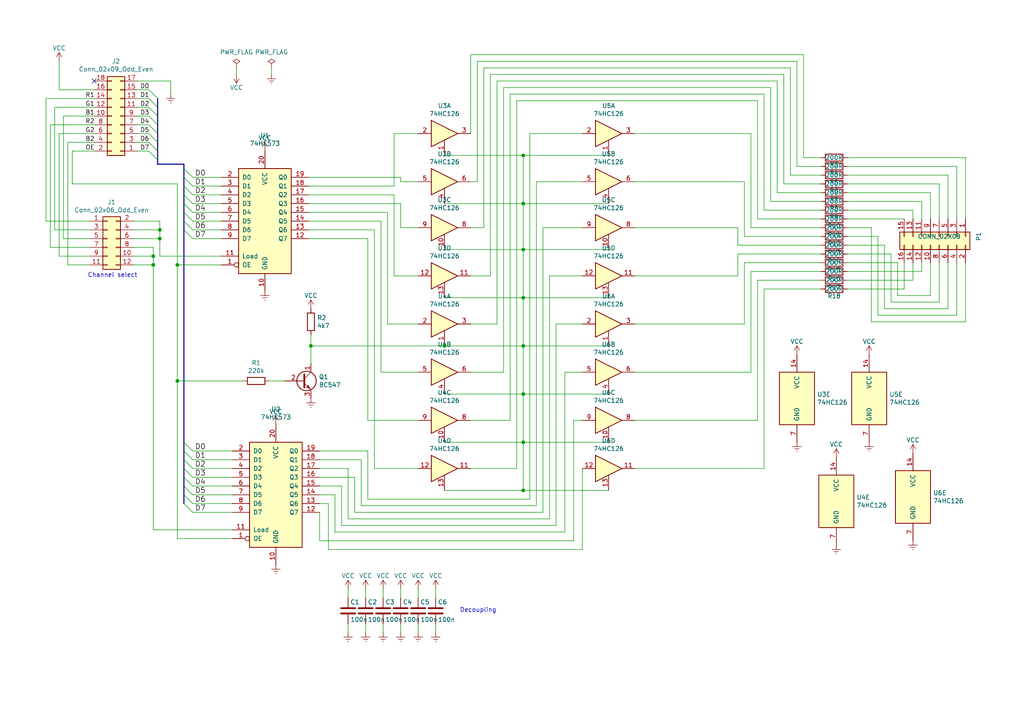
<source format=kicad_sch>
(kicad_sch (version 20211123) (generator eeschema)
  (paper "A4")
  (lib_symbols
    (symbol "74xx:74LS126" (pin_names (offset 1.016))
      (property "Reference" "U" (at 0 1.27 0))
      (property "Value" "74LS126" (at 0 -1.27 0))
      (symbol "74LS126_1_0"
        (polyline (pts (xy -3.81 3.81) (xy -3.81 -3.81) (xy 3.81 0) (xy -3.81 3.81)) (stroke (width 0.254)) (fill (type background)))
        (pin input line (at 0 -6.35 90) (length 4.445) (name "~") (number "1"))
        (pin input line (at -7.62 0 0) (length 3.81) (name "~") (number "2"))
        (pin tri_state line (at 7.62 0 180) (length 3.81) (name "~") (number "3"))
      )
      (symbol "74LS126_2_0"
        (polyline (pts (xy -3.81 3.81) (xy -3.81 -3.81) (xy 3.81 0) (xy -3.81 3.81)) (stroke (width 0.254)) (fill (type background)))
        (pin input line (at 0 -6.35 90) (length 4.445) (name "~") (number "4"))
        (pin input line (at -7.62 0 0) (length 3.81) (name "~") (number "5"))
        (pin tri_state line (at 7.62 0 180) (length 3.81) (name "~") (number "6"))
      )
      (symbol "74LS126_3_0"
        (polyline (pts (xy -3.81 3.81) (xy -3.81 -3.81) (xy 3.81 0) (xy -3.81 3.81)) (stroke (width 0.254)) (fill (type background)))
        (pin input line (at 0 -6.35 90) (length 4.445) (name "~") (number "10"))
        (pin tri_state line (at 7.62 0 180) (length 3.81) (name "~") (number "8"))
        (pin input line (at -7.62 0 0) (length 3.81) (name "~") (number "9"))
      )
      (symbol "74LS126_4_0"
        (polyline (pts (xy -3.81 3.81) (xy -3.81 -3.81) (xy 3.81 0) (xy -3.81 3.81)) (stroke (width 0.254)) (fill (type background)))
        (pin tri_state line (at 7.62 0 180) (length 3.81) (name "~") (number "11"))
        (pin input line (at -7.62 0 0) (length 3.81) (name "~") (number "12"))
        (pin input line (at 0 -6.35 90) (length 4.445) (name "~") (number "13"))
      )
      (symbol "74LS126_5_0"
        (pin power_in line (at 0 12.7 270) (length 5.08) (name "VCC") (number "14"))
        (pin power_in line (at 0 -12.7 90) (length 5.08) (name "GND") (number "7"))
      )
      (symbol "74LS126_5_1"
        (rectangle (start -5.08 7.62) (end 5.08 -7.62) (stroke (width 0.254)) (fill (type background)))
      )
    )
    (symbol "74xx:74LS573" (pin_names (offset 1.016))
      (property "Reference" "U" (at -7.62 16.51 0))
      (property "Value" "74LS573" (at -7.62 -16.51 0))
      (symbol "74LS573_1_0"
        (pin input inverted (at -12.7 -12.7 0) (length 5.08) (name "OE") (number "1"))
        (pin power_in line (at 0 -20.32 90) (length 5.08) (name "GND") (number "10"))
        (pin input line (at -12.7 -10.16 0) (length 5.08) (name "Load") (number "11"))
        (pin tri_state line (at 12.7 -5.08 180) (length 5.08) (name "Q7") (number "12"))
        (pin tri_state line (at 12.7 -2.54 180) (length 5.08) (name "Q6") (number "13"))
        (pin tri_state line (at 12.7 0 180) (length 5.08) (name "Q5") (number "14"))
        (pin tri_state line (at 12.7 2.54 180) (length 5.08) (name "Q4") (number "15"))
        (pin tri_state line (at 12.7 5.08 180) (length 5.08) (name "Q3") (number "16"))
        (pin tri_state line (at 12.7 7.62 180) (length 5.08) (name "Q2") (number "17"))
        (pin tri_state line (at 12.7 10.16 180) (length 5.08) (name "Q1") (number "18"))
        (pin tri_state line (at 12.7 12.7 180) (length 5.08) (name "Q0") (number "19"))
        (pin input line (at -12.7 12.7 0) (length 5.08) (name "D0") (number "2"))
        (pin power_in line (at 0 20.32 270) (length 5.08) (name "VCC") (number "20"))
        (pin input line (at -12.7 10.16 0) (length 5.08) (name "D1") (number "3"))
        (pin input line (at -12.7 7.62 0) (length 5.08) (name "D2") (number "4"))
        (pin input line (at -12.7 5.08 0) (length 5.08) (name "D3") (number "5"))
        (pin input line (at -12.7 2.54 0) (length 5.08) (name "D4") (number "6"))
        (pin input line (at -12.7 0 0) (length 5.08) (name "D5") (number "7"))
        (pin input line (at -12.7 -2.54 0) (length 5.08) (name "D6") (number "8"))
        (pin input line (at -12.7 -5.08 0) (length 5.08) (name "D7") (number "9"))
      )
      (symbol "74LS573_1_1"
        (rectangle (start -7.62 15.24) (end 7.62 -15.24) (stroke (width 0.254)) (fill (type background)))
      )
    )
    (symbol "Connector_Generic:Conn_02x06_Odd_Even" (pin_names (offset 1.016) hide)
      (property "Reference" "J" (at 1.27 7.62 0))
      (property "Value" "Conn_02x06_Odd_Even" (at 1.27 -10.16 0))
      (symbol "Conn_02x06_Odd_Even_1_1"
        (rectangle (start -1.27 -7.493) (end 0 -7.747) (stroke (width 0.1524)))
        (rectangle (start -1.27 -4.953) (end 0 -5.207) (stroke (width 0.1524)))
        (rectangle (start -1.27 -2.413) (end 0 -2.667) (stroke (width 0.1524)))
        (rectangle (start -1.27 0.127) (end 0 -0.127) (stroke (width 0.1524)))
        (rectangle (start -1.27 2.667) (end 0 2.413) (stroke (width 0.1524)))
        (rectangle (start -1.27 5.207) (end 0 4.953) (stroke (width 0.1524)))
        (rectangle (start -1.27 6.35) (end 3.81 -8.89) (stroke (width 0.254)) (fill (type background)))
        (rectangle (start 3.81 -7.493) (end 2.54 -7.747) (stroke (width 0.1524)))
        (rectangle (start 3.81 -4.953) (end 2.54 -5.207) (stroke (width 0.1524)))
        (rectangle (start 3.81 -2.413) (end 2.54 -2.667) (stroke (width 0.1524)))
        (rectangle (start 3.81 0.127) (end 2.54 -0.127) (stroke (width 0.1524)))
        (rectangle (start 3.81 2.667) (end 2.54 2.413) (stroke (width 0.1524)))
        (rectangle (start 3.81 5.207) (end 2.54 4.953) (stroke (width 0.1524)))
        (pin passive line (at -5.08 5.08 0) (length 3.81) (name "Pin_1") (number "1"))
        (pin passive line (at 7.62 -5.08 180) (length 3.81) (name "Pin_10") (number "10"))
        (pin passive line (at -5.08 -7.62 0) (length 3.81) (name "Pin_11") (number "11"))
        (pin passive line (at 7.62 -7.62 180) (length 3.81) (name "Pin_12") (number "12"))
        (pin passive line (at 7.62 5.08 180) (length 3.81) (name "Pin_2") (number "2"))
        (pin passive line (at -5.08 2.54 0) (length 3.81) (name "Pin_3") (number "3"))
        (pin passive line (at 7.62 2.54 180) (length 3.81) (name "Pin_4") (number "4"))
        (pin passive line (at -5.08 0 0) (length 3.81) (name "Pin_5") (number "5"))
        (pin passive line (at 7.62 0 180) (length 3.81) (name "Pin_6") (number "6"))
        (pin passive line (at -5.08 -2.54 0) (length 3.81) (name "Pin_7") (number "7"))
        (pin passive line (at 7.62 -2.54 180) (length 3.81) (name "Pin_8") (number "8"))
        (pin passive line (at -5.08 -5.08 0) (length 3.81) (name "Pin_9") (number "9"))
      )
    )
    (symbol "Connector_Generic:Conn_02x08_Odd_Even" (pin_names (offset 1.016) hide)
      (property "Reference" "J" (at 1.27 10.16 0))
      (property "Value" "Conn_02x08_Odd_Even" (at 1.27 -12.7 0))
      (symbol "Conn_02x08_Odd_Even_1_1"
        (rectangle (start -1.27 -10.033) (end 0 -10.287) (stroke (width 0.1524)))
        (rectangle (start -1.27 -7.493) (end 0 -7.747) (stroke (width 0.1524)))
        (rectangle (start -1.27 -4.953) (end 0 -5.207) (stroke (width 0.1524)))
        (rectangle (start -1.27 -2.413) (end 0 -2.667) (stroke (width 0.1524)))
        (rectangle (start -1.27 0.127) (end 0 -0.127) (stroke (width 0.1524)))
        (rectangle (start -1.27 2.667) (end 0 2.413) (stroke (width 0.1524)))
        (rectangle (start -1.27 5.207) (end 0 4.953) (stroke (width 0.1524)))
        (rectangle (start -1.27 7.747) (end 0 7.493) (stroke (width 0.1524)))
        (rectangle (start -1.27 8.89) (end 3.81 -11.43) (stroke (width 0.254)) (fill (type background)))
        (rectangle (start 3.81 -10.033) (end 2.54 -10.287) (stroke (width 0.1524)))
        (rectangle (start 3.81 -7.493) (end 2.54 -7.747) (stroke (width 0.1524)))
        (rectangle (start 3.81 -4.953) (end 2.54 -5.207) (stroke (width 0.1524)))
        (rectangle (start 3.81 -2.413) (end 2.54 -2.667) (stroke (width 0.1524)))
        (rectangle (start 3.81 0.127) (end 2.54 -0.127) (stroke (width 0.1524)))
        (rectangle (start 3.81 2.667) (end 2.54 2.413) (stroke (width 0.1524)))
        (rectangle (start 3.81 5.207) (end 2.54 4.953) (stroke (width 0.1524)))
        (rectangle (start 3.81 7.747) (end 2.54 7.493) (stroke (width 0.1524)))
        (pin passive line (at -5.08 7.62 0) (length 3.81) (name "Pin_1") (number "1"))
        (pin passive line (at 7.62 -2.54 180) (length 3.81) (name "Pin_10") (number "10"))
        (pin passive line (at -5.08 -5.08 0) (length 3.81) (name "Pin_11") (number "11"))
        (pin passive line (at 7.62 -5.08 180) (length 3.81) (name "Pin_12") (number "12"))
        (pin passive line (at -5.08 -7.62 0) (length 3.81) (name "Pin_13") (number "13"))
        (pin passive line (at 7.62 -7.62 180) (length 3.81) (name "Pin_14") (number "14"))
        (pin passive line (at -5.08 -10.16 0) (length 3.81) (name "Pin_15") (number "15"))
        (pin passive line (at 7.62 -10.16 180) (length 3.81) (name "Pin_16") (number "16"))
        (pin passive line (at 7.62 7.62 180) (length 3.81) (name "Pin_2") (number "2"))
        (pin passive line (at -5.08 5.08 0) (length 3.81) (name "Pin_3") (number "3"))
        (pin passive line (at 7.62 5.08 180) (length 3.81) (name "Pin_4") (number "4"))
        (pin passive line (at -5.08 2.54 0) (length 3.81) (name "Pin_5") (number "5"))
        (pin passive line (at 7.62 2.54 180) (length 3.81) (name "Pin_6") (number "6"))
        (pin passive line (at -5.08 0 0) (length 3.81) (name "Pin_7") (number "7"))
        (pin passive line (at 7.62 0 180) (length 3.81) (name "Pin_8") (number "8"))
        (pin passive line (at -5.08 -2.54 0) (length 3.81) (name "Pin_9") (number "9"))
      )
    )
    (symbol "Connector_Generic:Conn_02x09_Odd_Even" (pin_names (offset 1.016) hide)
      (property "Reference" "J" (at 1.27 12.7 0))
      (property "Value" "Conn_02x09_Odd_Even" (at 1.27 -12.7 0))
      (symbol "Conn_02x09_Odd_Even_1_1"
        (rectangle (start -1.27 -10.033) (end 0 -10.287) (stroke (width 0.1524)))
        (rectangle (start -1.27 -7.493) (end 0 -7.747) (stroke (width 0.1524)))
        (rectangle (start -1.27 -4.953) (end 0 -5.207) (stroke (width 0.1524)))
        (rectangle (start -1.27 -2.413) (end 0 -2.667) (stroke (width 0.1524)))
        (rectangle (start -1.27 0.127) (end 0 -0.127) (stroke (width 0.1524)))
        (rectangle (start -1.27 2.667) (end 0 2.413) (stroke (width 0.1524)))
        (rectangle (start -1.27 5.207) (end 0 4.953) (stroke (width 0.1524)))
        (rectangle (start -1.27 7.747) (end 0 7.493) (stroke (width 0.1524)))
        (rectangle (start -1.27 10.287) (end 0 10.033) (stroke (width 0.1524)))
        (rectangle (start -1.27 11.43) (end 3.81 -11.43) (stroke (width 0.254)) (fill (type background)))
        (rectangle (start 3.81 -10.033) (end 2.54 -10.287) (stroke (width 0.1524)))
        (rectangle (start 3.81 -7.493) (end 2.54 -7.747) (stroke (width 0.1524)))
        (rectangle (start 3.81 -4.953) (end 2.54 -5.207) (stroke (width 0.1524)))
        (rectangle (start 3.81 -2.413) (end 2.54 -2.667) (stroke (width 0.1524)))
        (rectangle (start 3.81 0.127) (end 2.54 -0.127) (stroke (width 0.1524)))
        (rectangle (start 3.81 2.667) (end 2.54 2.413) (stroke (width 0.1524)))
        (rectangle (start 3.81 5.207) (end 2.54 4.953) (stroke (width 0.1524)))
        (rectangle (start 3.81 7.747) (end 2.54 7.493) (stroke (width 0.1524)))
        (rectangle (start 3.81 10.287) (end 2.54 10.033) (stroke (width 0.1524)))
        (pin passive line (at -5.08 10.16 0) (length 3.81) (name "Pin_1") (number "1"))
        (pin passive line (at 7.62 0 180) (length 3.81) (name "Pin_10") (number "10"))
        (pin passive line (at -5.08 -2.54 0) (length 3.81) (name "Pin_11") (number "11"))
        (pin passive line (at 7.62 -2.54 180) (length 3.81) (name "Pin_12") (number "12"))
        (pin passive line (at -5.08 -5.08 0) (length 3.81) (name "Pin_13") (number "13"))
        (pin passive line (at 7.62 -5.08 180) (length 3.81) (name "Pin_14") (number "14"))
        (pin passive line (at -5.08 -7.62 0) (length 3.81) (name "Pin_15") (number "15"))
        (pin passive line (at 7.62 -7.62 180) (length 3.81) (name "Pin_16") (number "16"))
        (pin passive line (at -5.08 -10.16 0) (length 3.81) (name "Pin_17") (number "17"))
        (pin passive line (at 7.62 -10.16 180) (length 3.81) (name "Pin_18") (number "18"))
        (pin passive line (at 7.62 10.16 180) (length 3.81) (name "Pin_2") (number "2"))
        (pin passive line (at -5.08 7.62 0) (length 3.81) (name "Pin_3") (number "3"))
        (pin passive line (at 7.62 7.62 180) (length 3.81) (name "Pin_4") (number "4"))
        (pin passive line (at -5.08 5.08 0) (length 3.81) (name "Pin_5") (number "5"))
        (pin passive line (at 7.62 5.08 180) (length 3.81) (name "Pin_6") (number "6"))
        (pin passive line (at -5.08 2.54 0) (length 3.81) (name "Pin_7") (number "7"))
        (pin passive line (at 7.62 2.54 180) (length 3.81) (name "Pin_8") (number "8"))
        (pin passive line (at -5.08 0 0) (length 3.81) (name "Pin_9") (number "9"))
      )
    )
    (symbol "Device:C" (pin_numbers hide) (pin_names (offset 0.254))
      (property "Reference" "C" (at 0.635 2.54 0))
      (property "Value" "C" (at 0.635 -2.54 0))
      (symbol "C_0_1"
        (polyline (pts (xy -2.032 -0.762) (xy 2.032 -0.762)) (stroke (width 0.508)))
        (polyline (pts (xy -2.032 0.762) (xy 2.032 0.762)) (stroke (width 0.508)))
      )
      (symbol "C_1_1"
        (pin passive line (at 0 3.81 270) (length 2.794) (name "~") (number "1"))
        (pin passive line (at 0 -3.81 90) (length 2.794) (name "~") (number "2"))
      )
    )
    (symbol "Device:R" (pin_numbers hide) (pin_names (offset 0))
      (property "Reference" "R" (at 2.032 0 90))
      (property "Value" "R" (at 0 0 90))
      (symbol "R_0_1"
        (rectangle (start -1.016 -2.54) (end 1.016 2.54) (stroke (width 0.254)))
      )
      (symbol "R_1_1"
        (pin passive line (at 0 3.81 270) (length 1.27) (name "~") (number "1"))
        (pin passive line (at 0 -3.81 90) (length 1.27) (name "~") (number "2"))
      )
    )
    (symbol "Transistor_BJT:BC547" (pin_names (offset 0) hide)
      (property "Reference" "Q" (at 5.08 1.905 0))
      (property "Value" "BC547" (at 5.08 0 0))
      (symbol "BC547_0_1"
        (polyline (pts (xy 0 0) (xy 0.635 0)))
        (polyline (pts (xy 0.635 0.635) (xy 2.54 2.54)))
        (polyline (pts (xy 0.635 -0.635) (xy 2.54 -2.54) (xy 2.54 -2.54)))
        (polyline (pts (xy 0.635 1.905) (xy 0.635 -1.905) (xy 0.635 -1.905)) (stroke (width 0.508)))
        (polyline (pts (xy 1.27 -1.778) (xy 1.778 -1.27) (xy 2.286 -2.286) (xy 1.27 -1.778) (xy 1.27 -1.778)) (fill (type outline)))
        (circle (center 1.27 0) (radius 2.8194) (stroke (width 0.254)))
      )
      (symbol "BC547_1_1"
        (pin passive line (at 2.54 5.08 270) (length 2.54) (name "C") (number "1"))
        (pin input line (at -5.08 0 0) (length 5.08) (name "B") (number "2"))
        (pin passive line (at 2.54 -5.08 90) (length 2.54) (name "E") (number "3"))
      )
    )
    (symbol "power:Earth" (power) (pin_names (offset 0))
      (symbol "Earth_0_1"
        (polyline (pts (xy -0.635 -1.905) (xy 0.635 -1.905)))
        (polyline (pts (xy -0.127 -2.54) (xy 0.127 -2.54)))
        (polyline (pts (xy 0 -1.27) (xy 0 0)))
        (polyline (pts (xy 1.27 -1.27) (xy -1.27 -1.27)))
      )
      (symbol "Earth_1_1"
        (pin power_in line (at 0 0 270) (length 0) hide (name "Earth") (number "1"))
      )
    )
    (symbol "power:PWR_FLAG" (power) (pin_numbers hide) (pin_names (offset 0) hide)
      (property "Value" "PWR_FLAG" (at 0 3.81 0))
      (symbol "PWR_FLAG_0_0"
        (pin power_out line (at 0 0 90) (length 0) (name "pwr") (number "1"))
      )
      (symbol "PWR_FLAG_0_1"
        (polyline (pts (xy 0 0) (xy 0 1.27) (xy -1.016 1.905) (xy 0 2.54) (xy 1.016 1.905) (xy 0 1.27)))
      )
    )
    (symbol "power:VCC" (power) (pin_names (offset 0))
      (property "Value" "VCC" (at 0 3.81 0))
      (symbol "VCC_0_1"
        (polyline (pts (xy -0.762 1.27) (xy 0 2.54)))
        (polyline (pts (xy 0 0) (xy 0 2.54)))
        (polyline (pts (xy 0 2.54) (xy 0.762 1.27)))
      )
      (symbol "VCC_1_1"
        (pin power_in line (at 0 0 90) (length 0) hide (name "VCC") (number "1"))
      )
    )
  )
  (junction (at 151.765 100.33))
  (junction (at 151.765 45.085))
  (junction (at 151.765 59.055))
  (junction (at 46.355 69.215))
  (junction (at 151.765 72.39))
  (junction (at 44.45 74.295))
  (junction (at 51.435 110.49))
  (junction (at 151.765 128.27))
  (junction (at 151.765 114.3))
  (junction (at 151.765 142.24))
  (junction (at 51.435 76.835))
  (junction (at 46.355 66.675))
  (junction (at 90.17 100.33))
  (junction (at 151.765 86.36))
  (junction (at 44.45 76.835))
  (junction (at 128.905 100.33))
  (no_connect (at 27.305 23.495))
  (bus_entry (at 43.18 38.735) (size 2.54 2.54))
  (bus_entry (at 53.34 146.05) (size 2.54 2.54))
  (bus_entry (at 43.18 26.035) (size 2.54 2.54))
  (bus_entry (at 53.34 143.51) (size 2.54 2.54))
  (bus_entry (at 53.34 135.89) (size 2.54 2.54))
  (bus_entry (at 53.34 66.675) (size 2.54 2.54))
  (bus_entry (at 43.18 36.195) (size 2.54 2.54))
  (bus_entry (at 53.34 140.97) (size 2.54 2.54))
  (bus_entry (at 53.34 51.435) (size 2.54 2.54))
  (bus_entry (at 53.34 48.895) (size 2.54 2.54))
  (bus_entry (at 53.34 53.975) (size 2.54 2.54))
  (bus_entry (at 53.34 61.595) (size 2.54 2.54))
  (bus_entry (at 43.18 33.655) (size 2.54 2.54))
  (bus_entry (at 53.34 128.27) (size 2.54 2.54))
  (bus_entry (at 53.34 56.515) (size 2.54 2.54))
  (bus_entry (at 43.18 41.275) (size 2.54 2.54))
  (bus_entry (at 53.34 59.055) (size 2.54 2.54))
  (bus_entry (at 43.18 28.575) (size 2.54 2.54))
  (bus_entry (at 53.34 138.43) (size 2.54 2.54))
  (bus_entry (at 53.34 130.81) (size 2.54 2.54))
  (bus_entry (at 53.34 133.35) (size 2.54 2.54))
  (bus_entry (at 53.34 64.135) (size 2.54 2.54))
  (bus_entry (at 43.18 31.115) (size 2.54 2.54))
  (bus_entry (at 43.18 43.815) (size 2.54 2.54))
  (wire (pts (xy 19.685 76.835) (xy 26.035 76.835)))
  (wire (pts (xy 15.875 66.675) (xy 26.035 66.675)))
  (wire (pts (xy 17.145 17.78) (xy 17.145 26.035)))
  (wire (pts (xy 223.52 25.4) (xy 223.52 58.42)))
  (wire (pts (xy 151.765 86.36) (xy 151.765 72.39)))
  (wire (pts (xy 151.765 100.33) (xy 151.765 86.36)))
  (wire (pts (xy 213.995 71.12) (xy 238.125 71.12)))
  (wire (pts (xy 219.71 81.28) (xy 238.125 81.28)))
  (wire (pts (xy 245.745 63.5) (xy 262.255 63.5)))
  (wire (pts (xy 116.205 180.975) (xy 116.205 183.515)))
  (wire (pts (xy 229.235 50.8) (xy 238.125 50.8)))
  (wire (pts (xy 215.9 68.58) (xy 238.125 68.58)))
  (wire (pts (xy 254.635 91.44) (xy 277.495 91.44)))
  (wire (pts (xy 136.525 80.01) (xy 142.24 80.01)))
  (wire (pts (xy 280.035 45.72) (xy 280.035 63.5)))
  (wire (pts (xy 89.535 61.595) (xy 112.395 61.595)))
  (bus (pts (xy 45.72 43.815) (xy 45.72 46.355)))
  (wire (pts (xy 100.965 150.495) (xy 159.385 150.495)))
  (wire (pts (xy 102.87 148.59) (xy 157.48 148.59)))
  (wire (pts (xy 245.745 50.8) (xy 274.955 50.8)))
  (wire (pts (xy 116.205 66.04) (xy 121.285 66.04)))
  (wire (pts (xy 161.29 152.4) (xy 161.29 93.98)))
  (wire (pts (xy 245.745 53.34) (xy 272.415 53.34)))
  (wire (pts (xy 89.535 59.055) (xy 116.205 59.055)))
  (wire (pts (xy 121.285 38.735) (xy 114.3 38.735)))
  (wire (pts (xy 136.525 135.89) (xy 149.86 135.89)))
  (wire (pts (xy 128.905 72.39) (xy 151.765 72.39)))
  (wire (pts (xy 252.73 66.04) (xy 252.73 93.345)))
  (wire (pts (xy 225.425 23.495) (xy 225.425 55.88)))
  (wire (pts (xy 92.71 140.97) (xy 99.06 140.97)))
  (wire (pts (xy 38.735 71.755) (xy 44.45 71.755)))
  (wire (pts (xy 151.765 45.085) (xy 176.53 45.085)))
  (bus (pts (xy 45.72 36.195) (xy 45.72 38.735)))
  (wire (pts (xy 51.435 76.835) (xy 51.435 110.49)))
  (wire (pts (xy 151.765 59.055) (xy 151.765 45.085)))
  (wire (pts (xy 136.525 93.98) (xy 144.145 93.98)))
  (wire (pts (xy 213.995 73.66) (xy 238.125 73.66)))
  (wire (pts (xy 184.15 38.735) (xy 217.805 38.735)))
  (wire (pts (xy 68.58 19.685) (xy 68.58 21.59)))
  (wire (pts (xy 155.575 52.705) (xy 168.91 52.705)))
  (wire (pts (xy 184.15 121.92) (xy 219.71 121.92)))
  (wire (pts (xy 219.71 121.92) (xy 219.71 81.28)))
  (wire (pts (xy 128.905 114.3) (xy 151.765 114.3)))
  (bus (pts (xy 53.34 53.975) (xy 53.34 56.515)))
  (wire (pts (xy 229.235 19.685) (xy 229.235 50.8)))
  (wire (pts (xy 280.035 93.345) (xy 280.035 76.2)))
  (wire (pts (xy 100.965 170.815) (xy 100.965 173.355)))
  (wire (pts (xy 277.495 91.44) (xy 277.495 76.2)))
  (wire (pts (xy 245.745 68.58) (xy 254.635 68.58)))
  (wire (pts (xy 20.955 43.815) (xy 20.955 53.34)))
  (wire (pts (xy 40.005 43.815) (xy 43.18 43.815)))
  (wire (pts (xy 18.415 69.215) (xy 26.035 69.215)))
  (bus (pts (xy 45.72 38.735) (xy 45.72 41.275)))
  (wire (pts (xy 168.91 135.89) (xy 168.91 159.385)))
  (wire (pts (xy 144.145 23.495) (xy 225.425 23.495)))
  (wire (pts (xy 227.33 21.59) (xy 227.33 53.34)))
  (wire (pts (xy 64.135 74.295) (xy 46.355 74.295)))
  (wire (pts (xy 184.15 66.04) (xy 213.995 66.04)))
  (wire (pts (xy 55.88 64.135) (xy 64.135 64.135)))
  (wire (pts (xy 92.71 130.81) (xy 106.68 130.81)))
  (wire (pts (xy 99.06 140.97) (xy 99.06 152.4)))
  (wire (pts (xy 184.15 52.705) (xy 215.9 52.705)))
  (wire (pts (xy 136.525 15.875) (xy 233.045 15.875)))
  (wire (pts (xy 55.88 59.055) (xy 64.135 59.055)))
  (wire (pts (xy 55.88 53.975) (xy 64.135 53.975)))
  (wire (pts (xy 114.3 56.515) (xy 89.535 56.515)))
  (wire (pts (xy 40.005 38.735) (xy 43.18 38.735)))
  (wire (pts (xy 19.685 41.275) (xy 19.685 76.835)))
  (wire (pts (xy 147.955 121.92) (xy 147.955 27.305)))
  (wire (pts (xy 17.145 38.735) (xy 17.145 74.295)))
  (wire (pts (xy 110.49 64.135) (xy 110.49 107.95)))
  (wire (pts (xy 151.765 114.3) (xy 151.765 100.33)))
  (wire (pts (xy 126.365 180.975) (xy 126.365 183.515)))
  (wire (pts (xy 140.335 19.685) (xy 229.235 19.685)))
  (wire (pts (xy 27.305 41.275) (xy 19.685 41.275)))
  (wire (pts (xy 40.005 28.575) (xy 43.18 28.575)))
  (wire (pts (xy 121.285 52.705) (xy 116.205 52.705)))
  (wire (pts (xy 27.305 33.655) (xy 18.415 33.655)))
  (wire (pts (xy 126.365 173.355) (xy 126.365 170.815)))
  (wire (pts (xy 17.145 74.295) (xy 26.035 74.295)))
  (wire (pts (xy 245.745 81.28) (xy 264.795 81.28)))
  (wire (pts (xy 136.525 107.95) (xy 146.05 107.95)))
  (wire (pts (xy 146.05 107.95) (xy 146.05 25.4)))
  (wire (pts (xy 262.255 83.82) (xy 262.255 76.2)))
  (wire (pts (xy 92.71 143.51) (xy 97.155 143.51)))
  (wire (pts (xy 13.335 64.135) (xy 26.035 64.135)))
  (wire (pts (xy 92.71 156.845) (xy 166.37 156.845)))
  (wire (pts (xy 153.67 144.78) (xy 153.67 38.735)))
  (wire (pts (xy 106.68 144.78) (xy 153.67 144.78)))
  (wire (pts (xy 49.53 23.495) (xy 49.53 27.305)))
  (wire (pts (xy 46.355 74.295) (xy 46.355 69.215)))
  (wire (pts (xy 14.605 36.195) (xy 14.605 71.755)))
  (wire (pts (xy 92.71 156.845) (xy 92.71 148.59)))
  (wire (pts (xy 151.765 128.27) (xy 176.53 128.27)))
  (wire (pts (xy 100.965 135.89) (xy 100.965 150.495)))
  (bus (pts (xy 53.34 47.625) (xy 45.72 47.625)))
  (wire (pts (xy 27.305 36.195) (xy 14.605 36.195)))
  (wire (pts (xy 55.88 138.43) (xy 67.31 138.43)))
  (wire (pts (xy 55.88 146.05) (xy 67.31 146.05)))
  (bus (pts (xy 53.34 143.51) (xy 53.34 146.05)))
  (wire (pts (xy 272.415 87.63) (xy 272.415 76.2)))
  (wire (pts (xy 90.17 100.33) (xy 90.17 97.155)))
  (wire (pts (xy 147.955 27.305) (xy 221.615 27.305)))
  (wire (pts (xy 245.745 66.04) (xy 252.73 66.04)))
  (wire (pts (xy 166.37 121.92) (xy 168.91 121.92)))
  (wire (pts (xy 138.43 17.78) (xy 231.14 17.78)))
  (wire (pts (xy 128.905 100.33) (xy 90.17 100.33)))
  (wire (pts (xy 20.955 53.34) (xy 51.435 53.34)))
  (wire (pts (xy 151.765 128.27) (xy 128.905 128.27)))
  (wire (pts (xy 15.875 31.115) (xy 15.875 66.675)))
  (wire (pts (xy 233.045 45.72) (xy 238.125 45.72)))
  (bus (pts (xy 53.34 138.43) (xy 53.34 140.97)))
  (wire (pts (xy 219.71 29.21) (xy 219.71 63.5)))
  (wire (pts (xy 128.905 142.24) (xy 151.765 142.24)))
  (wire (pts (xy 272.415 53.34) (xy 272.415 63.5)))
  (wire (pts (xy 140.335 66.04) (xy 140.335 19.685)))
  (wire (pts (xy 221.615 83.82) (xy 238.125 83.82)))
  (wire (pts (xy 46.355 66.675) (xy 46.355 64.135)))
  (wire (pts (xy 106.68 130.81) (xy 106.68 144.78)))
  (wire (pts (xy 252.73 93.345) (xy 280.035 93.345)))
  (wire (pts (xy 92.71 133.35) (xy 104.775 133.35)))
  (wire (pts (xy 92.71 138.43) (xy 102.87 138.43)))
  (wire (pts (xy 217.805 107.95) (xy 217.805 78.74)))
  (bus (pts (xy 53.34 130.81) (xy 53.34 133.35)))
  (wire (pts (xy 110.49 107.95) (xy 121.285 107.95)))
  (wire (pts (xy 40.005 31.115) (xy 43.18 31.115)))
  (wire (pts (xy 221.615 83.82) (xy 221.615 135.89)))
  (wire (pts (xy 260.35 76.2) (xy 260.35 85.725)))
  (wire (pts (xy 112.395 61.595) (xy 112.395 93.98)))
  (wire (pts (xy 82.55 110.49) (xy 78.105 110.49)))
  (wire (pts (xy 44.45 153.67) (xy 67.31 153.67)))
  (wire (pts (xy 245.745 76.2) (xy 260.35 76.2)))
  (wire (pts (xy 97.155 154.305) (xy 163.83 154.305)))
  (wire (pts (xy 217.805 66.04) (xy 238.125 66.04)))
  (wire (pts (xy 245.745 73.66) (xy 258.445 73.66)))
  (wire (pts (xy 38.735 76.835) (xy 44.45 76.835)))
  (wire (pts (xy 151.765 142.24) (xy 176.53 142.24)))
  (wire (pts (xy 114.3 38.735) (xy 114.3 53.975)))
  (wire (pts (xy 231.14 17.78) (xy 231.14 48.26)))
  (wire (pts (xy 161.29 93.98) (xy 168.91 93.98)))
  (wire (pts (xy 55.88 56.515) (xy 64.135 56.515)))
  (wire (pts (xy 231.14 48.26) (xy 238.125 48.26)))
  (wire (pts (xy 151.765 59.055) (xy 128.905 59.055)))
  (bus (pts (xy 53.34 133.35) (xy 53.34 135.89)))
  (wire (pts (xy 151.765 100.33) (xy 176.53 100.33)))
  (wire (pts (xy 121.285 180.975) (xy 121.285 183.515)))
  (wire (pts (xy 40.005 41.275) (xy 43.18 41.275)))
  (wire (pts (xy 51.435 53.34) (xy 51.435 76.835)))
  (wire (pts (xy 40.005 33.655) (xy 43.18 33.655)))
  (wire (pts (xy 27.305 38.735) (xy 17.145 38.735)))
  (wire (pts (xy 213.995 80.01) (xy 213.995 73.66)))
  (wire (pts (xy 106.68 121.92) (xy 121.285 121.92)))
  (wire (pts (xy 146.05 25.4) (xy 223.52 25.4)))
  (wire (pts (xy 245.745 71.12) (xy 256.54 71.12)))
  (wire (pts (xy 151.765 86.36) (xy 176.53 86.36)))
  (wire (pts (xy 260.35 85.725) (xy 269.875 85.725)))
  (wire (pts (xy 40.005 26.035) (xy 43.18 26.035)))
  (wire (pts (xy 18.415 33.655) (xy 18.415 69.215)))
  (wire (pts (xy 78.74 19.685) (xy 78.74 21.59)))
  (wire (pts (xy 114.3 80.01) (xy 121.285 80.01)))
  (wire (pts (xy 51.435 110.49) (xy 70.485 110.49)))
  (wire (pts (xy 51.435 156.21) (xy 51.435 110.49)))
  (wire (pts (xy 245.745 55.88) (xy 269.875 55.88)))
  (wire (pts (xy 67.31 156.21) (xy 51.435 156.21)))
  (wire (pts (xy 111.125 170.815) (xy 111.125 173.355)))
  (wire (pts (xy 219.71 63.5) (xy 238.125 63.5)))
  (wire (pts (xy 136.525 121.92) (xy 147.955 121.92)))
  (wire (pts (xy 258.445 73.66) (xy 258.445 87.63)))
  (wire (pts (xy 184.15 135.89) (xy 221.615 135.89)))
  (wire (pts (xy 151.765 59.055) (xy 176.53 59.055)))
  (wire (pts (xy 40.005 23.495) (xy 49.53 23.495)))
  (wire (pts (xy 38.735 74.295) (xy 44.45 74.295)))
  (wire (pts (xy 13.335 28.575) (xy 13.335 64.135)))
  (wire (pts (xy 44.45 71.755) (xy 44.45 74.295)))
  (wire (pts (xy 38.735 69.215) (xy 46.355 69.215)))
  (wire (pts (xy 267.335 78.74) (xy 267.335 76.2)))
  (wire (pts (xy 151.765 72.39) (xy 151.765 59.055)))
  (wire (pts (xy 221.615 60.96) (xy 238.125 60.96)))
  (wire (pts (xy 277.495 48.26) (xy 277.495 63.5)))
  (wire (pts (xy 267.335 58.42) (xy 267.335 63.5)))
  (wire (pts (xy 215.9 93.98) (xy 215.9 76.2)))
  (wire (pts (xy 269.875 85.725) (xy 269.875 76.2)))
  (wire (pts (xy 256.54 71.12) (xy 256.54 89.535)))
  (wire (pts (xy 27.305 31.115) (xy 15.875 31.115)))
  (wire (pts (xy 136.525 52.705) (xy 138.43 52.705)))
  (wire (pts (xy 274.955 89.535) (xy 274.955 76.2)))
  (wire (pts (xy 17.145 26.035) (xy 27.305 26.035)))
  (wire (pts (xy 227.33 53.34) (xy 238.125 53.34)))
  (wire (pts (xy 149.86 29.21) (xy 219.71 29.21)))
  (wire (pts (xy 151.765 100.33) (xy 128.905 100.33)))
  (wire (pts (xy 106.68 121.92) (xy 106.68 69.215)))
  (wire (pts (xy 225.425 55.88) (xy 238.125 55.88)))
  (wire (pts (xy 116.205 173.355) (xy 116.205 170.815)))
  (wire (pts (xy 153.67 38.735) (xy 168.91 38.735)))
  (bus (pts (xy 53.34 51.435) (xy 53.34 53.975)))
  (wire (pts (xy 157.48 66.04) (xy 168.91 66.04)))
  (wire (pts (xy 55.88 69.215) (xy 64.135 69.215)))
  (wire (pts (xy 215.9 52.705) (xy 215.9 68.58)))
  (wire (pts (xy 163.83 154.305) (xy 163.83 107.95)))
  (bus (pts (xy 53.34 66.675) (xy 53.34 128.27)))
  (wire (pts (xy 89.535 69.215) (xy 106.68 69.215)))
  (wire (pts (xy 245.745 78.74) (xy 267.335 78.74)))
  (wire (pts (xy 89.535 64.135) (xy 110.49 64.135)))
  (wire (pts (xy 99.06 152.4) (xy 161.29 152.4)))
  (wire (pts (xy 92.71 146.05) (xy 95.25 146.05)))
  (wire (pts (xy 142.24 80.01) (xy 142.24 21.59)))
  (wire (pts (xy 217.805 78.74) (xy 238.125 78.74)))
  (wire (pts (xy 168.91 159.385) (xy 95.25 159.385)))
  (wire (pts (xy 90.17 105.41) (xy 90.17 100.33)))
  (wire (pts (xy 106.045 173.355) (xy 106.045 170.815)))
  (wire (pts (xy 245.745 48.26) (xy 277.495 48.26)))
  (wire (pts (xy 55.88 51.435) (xy 64.135 51.435)))
  (wire (pts (xy 269.875 55.88) (xy 269.875 63.5)))
  (bus (pts (xy 53.34 48.895) (xy 53.34 51.435)))
  (bus (pts (xy 53.34 56.515) (xy 53.34 59.055)))
  (wire (pts (xy 55.88 133.35) (xy 67.31 133.35)))
  (wire (pts (xy 55.88 135.89) (xy 67.31 135.89)))
  (wire (pts (xy 149.86 135.89) (xy 149.86 29.21)))
  (wire (pts (xy 38.735 66.675) (xy 46.355 66.675)))
  (wire (pts (xy 100.965 180.975) (xy 100.965 183.515)))
  (wire (pts (xy 221.615 27.305) (xy 221.615 60.96)))
  (wire (pts (xy 46.355 69.215) (xy 46.355 66.675)))
  (bus (pts (xy 45.72 28.575) (xy 45.72 31.115)))
  (wire (pts (xy 55.88 61.595) (xy 64.135 61.595)))
  (wire (pts (xy 136.525 38.735) (xy 136.525 15.875)))
  (wire (pts (xy 245.745 45.72) (xy 280.035 45.72)))
  (wire (pts (xy 55.88 148.59) (xy 67.31 148.59)))
  (wire (pts (xy 128.905 45.085) (xy 151.765 45.085)))
  (wire (pts (xy 27.305 28.575) (xy 13.335 28.575)))
  (bus (pts (xy 53.34 128.27) (xy 53.34 130.81)))
  (wire (pts (xy 264.795 81.28) (xy 264.795 76.2)))
  (wire (pts (xy 116.205 51.435) (xy 116.205 52.705)))
  (wire (pts (xy 97.155 143.51) (xy 97.155 154.305)))
  (wire (pts (xy 44.45 74.295) (xy 44.45 76.835)))
  (bus (pts (xy 53.34 61.595) (xy 53.34 64.135)))
  (bus (pts (xy 45.72 46.355) (xy 45.72 47.625)))
  (wire (pts (xy 64.135 76.835) (xy 51.435 76.835)))
  (wire (pts (xy 274.955 50.8) (xy 274.955 63.5)))
  (wire (pts (xy 112.395 93.98) (xy 121.285 93.98)))
  (bus (pts (xy 53.34 47.625) (xy 53.34 48.895)))
  (wire (pts (xy 215.9 76.2) (xy 238.125 76.2)))
  (wire (pts (xy 46.355 64.135) (xy 38.735 64.135)))
  (wire (pts (xy 159.385 150.495) (xy 159.385 80.01)))
  (wire (pts (xy 144.145 93.98) (xy 144.145 23.495)))
  (wire (pts (xy 95.25 146.05) (xy 95.25 159.385)))
  (wire (pts (xy 89.535 53.975) (xy 114.3 53.975)))
  (bus (pts (xy 45.72 31.115) (xy 45.72 33.655)))
  (wire (pts (xy 151.765 114.3) (xy 176.53 114.3)))
  (wire (pts (xy 184.15 107.95) (xy 217.805 107.95)))
  (wire (pts (xy 14.605 71.755) (xy 26.035 71.755)))
  (wire (pts (xy 89.535 66.675) (xy 108.585 66.675)))
  (wire (pts (xy 184.15 80.01) (xy 213.995 80.01)))
  (bus (pts (xy 53.34 64.135) (xy 53.34 66.675)))
  (wire (pts (xy 44.45 76.835) (xy 44.45 153.67)))
  (wire (pts (xy 55.88 130.81) (xy 67.31 130.81)))
  (wire (pts (xy 138.43 17.78) (xy 138.43 52.705)))
  (wire (pts (xy 213.995 66.04) (xy 213.995 71.12)))
  (wire (pts (xy 184.15 93.98) (xy 215.9 93.98)))
  (wire (pts (xy 116.205 59.055) (xy 116.205 66.04)))
  (wire (pts (xy 111.125 180.975) (xy 111.125 183.515)))
  (wire (pts (xy 157.48 66.04) (xy 157.48 148.59)))
  (wire (pts (xy 55.88 66.675) (xy 64.135 66.675)))
  (bus (pts (xy 53.34 135.89) (xy 53.34 138.43)))
  (bus (pts (xy 53.34 140.97) (xy 53.34 143.51)))
  (wire (pts (xy 151.765 72.39) (xy 176.53 72.39)))
  (wire (pts (xy 128.905 86.36) (xy 151.765 86.36)))
  (wire (pts (xy 55.88 143.51) (xy 67.31 143.51)))
  (wire (pts (xy 258.445 87.63) (xy 272.415 87.63)))
  (wire (pts (xy 55.88 140.97) (xy 67.31 140.97)))
  (wire (pts (xy 256.54 89.535) (xy 274.955 89.535)))
  (wire (pts (xy 155.575 146.685) (xy 155.575 52.705)))
  (wire (pts (xy 108.585 66.675) (xy 108.585 135.89)))
  (wire (pts (xy 136.525 66.04) (xy 140.335 66.04)))
  (wire (pts (xy 245.745 60.96) (xy 264.795 60.96)))
  (wire (pts (xy 245.745 83.82) (xy 262.255 83.82)))
  (wire (pts (xy 27.305 43.815) (xy 20.955 43.815)))
  (bus (pts (xy 53.34 59.055) (xy 53.34 61.595)))
  (wire (pts (xy 102.87 138.43) (xy 102.87 148.59)))
  (wire (pts (xy 151.765 128.27) (xy 151.765 114.3)))
  (bus (pts (xy 45.72 41.275) (xy 45.72 43.815)))
  (wire (pts (xy 254.635 68.58) (xy 254.635 91.44)))
  (wire (pts (xy 121.285 170.815) (xy 121.285 173.355)))
  (wire (pts (xy 108.585 135.89) (xy 121.285 135.89)))
  (wire (pts (xy 166.37 156.845) (xy 166.37 121.92)))
  (wire (pts (xy 114.3 80.01) (xy 114.3 56.515)))
  (wire (pts (xy 233.045 15.875) (xy 233.045 45.72)))
  (wire (pts (xy 100.965 135.89) (xy 92.71 135.89)))
  (bus (pts (xy 45.72 33.655) (xy 45.72 36.195)))
  (wire (pts (xy 104.775 146.685) (xy 155.575 146.685)))
  (wire (pts (xy 40.005 36.195) (xy 43.18 36.195)))
  (wire (pts (xy 104.775 133.35) (xy 104.775 146.685)))
  (wire (pts (xy 245.745 58.42) (xy 267.335 58.42)))
  (wire (pts (xy 89.535 51.435) (xy 116.205 51.435)))
  (wire (pts (xy 142.24 21.59) (xy 227.33 21.59)))
  (wire (pts (xy 159.385 80.01) (xy 168.91 80.01)))
  (wire (pts (xy 264.795 60.96) (xy 264.795 63.5)))
  (wire (pts (xy 151.765 142.24) (xy 151.765 128.27)))
  (wire (pts (xy 217.805 38.735) (xy 217.805 66.04)))
  (wire (pts (xy 163.83 107.95) (xy 168.91 107.95)))
  (wire (pts (xy 223.52 58.42) (xy 238.125 58.42)))
  (wire (pts (xy 106.045 180.975) (xy 106.045 183.515)))
  (text "Decoupling" (at 133.35 177.8 0) (effects (font (size 1.27 1.27)) (justify left bottom)))
  (text "Channel select" (at 25.4 80.645 0) (effects (font (size 1.27 1.27)) (justify left bottom)))
  (label "D0" (at 56.515 51.435 0) (effects (font (size 1.524 1.524))))
  (label "D4" (at 56.515 140.97 0) (effects (font (size 1.524 1.524))))
  (label "D5" (at 40.64 38.735 0))
  (label "D6" (at 56.515 146.05 0) (effects (font (size 1.524 1.524))))
  (label "OE" (at 24.765 43.815 0))
  (label "B1" (at 24.765 33.655 0))
  (label "D1" (at 40.64 28.575 0))
  (label "B2" (at 24.765 41.275 0))
  (label "G1" (at 24.765 31.115 0))
  (label "D5" (at 56.515 64.135 0) (effects (font (size 1.524 1.524))))
  (label "D0" (at 56.515 130.81 0) (effects (font (size 1.524 1.524))))
  (label "D2" (at 56.515 135.89 0) (effects (font (size 1.524 1.524))))
  (label "R2" (at 24.765 36.195 0))
  (label "G2" (at 24.765 38.735 0))
  (label "D7" (at 40.64 43.815 0))
  (label "D4" (at 40.64 36.195 0))
  (label "D5" (at 56.515 143.51 0) (effects (font (size 1.524 1.524))))
  (label "D3" (at 56.515 59.055 0) (effects (font (size 1.524 1.524))))
  (label "D2" (at 56.515 56.515 0) (effects (font (size 1.524 1.524))))
  (label "D3" (at 40.64 33.655 0))
  (label "R1" (at 24.765 28.575 0))
  (label "D7" (at 56.515 69.215 0) (effects (font (size 1.524 1.524))))
  (label "D6" (at 56.515 66.675 0) (effects (font (size 1.524 1.524))))
  (label "D1" (at 56.515 53.975 0) (effects (font (size 1.524 1.524))))
  (label "D1" (at 56.515 133.35 0) (effects (font (size 1.524 1.524))))
  (label "D4" (at 56.515 61.595 0) (effects (font (size 1.524 1.524))))
  (label "D6" (at 40.64 41.275 0))
  (label "D7" (at 56.515 148.59 0) (effects (font (size 1.524 1.524))))
  (label "D2" (at 40.64 31.115 0))
  (label "D0" (at 40.64 26.035 0))
  (label "D3" (at 56.515 138.43 0) (effects (font (size 1.524 1.524))))
  (symbol (lib_id "Connector_Generic:Conn_02x08_Odd_Even") (at 272.415 68.58 270) (unit 1)
    (property "Reference" "P1" (at 283.845 68.58 0))
    (property "Value" "CONN_02X08" (at 272.415 68.58 90))
    (property "Footprint" "Connector_PinHeader_2.54mm:PinHeader_2x08_P2.54mm_Vertical" (effects hide))
  )
  (symbol (lib_id "power:VCC") (at 68.58 21.59 180) (unit 1)
    (property "Reference" "#PWR03" (effects hide))
    (property "Value" "VCC" (at 68.58 25.4 0))
  )
  (symbol (lib_id "power:Earth") (at 78.74 21.59 0) (unit 1)
    (property "Reference" "#PWR06" (effects hide))
    (property "Value" "Earth" (effects hide))
  )
  (symbol (lib_id "power:PWR_FLAG") (at 68.58 19.685 0) (unit 1)
    (property "Reference" "#FLG01" (effects hide))
    (property "Value" "PWR_FLAG" (at 68.58 15.113 0))
  )
  (symbol (lib_id "power:PWR_FLAG") (at 78.74 19.685 0) (unit 1)
    (property "Reference" "#FLG02" (effects hide))
    (property "Value" "PWR_FLAG" (at 78.74 15.113 0))
  )
  (symbol (lib_id "power:Earth") (at 49.53 27.305 0) (unit 1)
    (property "Reference" "#PWR02" (effects hide))
    (property "Value" "Earth" (effects hide))
  )
  (symbol (lib_id "power:VCC") (at 17.145 17.78 0) (unit 1)
    (property "Reference" "#PWR01" (effects hide))
    (property "Value" "VCC" (at 17.145 13.97 0))
  )
  (symbol (lib_id "Device:R") (at 241.935 45.72 270) (unit 1)
    (property "Reference" "R3" (at 241.935 47.752 90))
    (property "Value" "200R" (at 241.935 45.72 90))
    (property "Footprint" "Resistor_THT:R_Axial_DIN0207_L6.3mm_D2.5mm_P10.16mm_Horizontal" (effects hide))
  )
  (symbol (lib_id "Device:R") (at 241.935 48.26 270) (unit 1)
    (property "Reference" "R4" (at 241.935 50.292 90))
    (property "Value" "200R" (at 241.935 48.26 90))
    (property "Footprint" "Resistor_THT:R_Axial_DIN0207_L6.3mm_D2.5mm_P10.16mm_Horizontal" (effects hide))
  )
  (symbol (lib_id "Device:R") (at 241.935 50.8 270) (unit 1)
    (property "Reference" "R5" (at 241.935 52.832 90))
    (property "Value" "200R" (at 241.935 50.8 90))
    (property "Footprint" "Resistor_THT:R_Axial_DIN0207_L6.3mm_D2.5mm_P10.16mm_Horizontal" (effects hide))
  )
  (symbol (lib_id "Device:R") (at 241.935 53.34 270) (unit 1)
    (property "Reference" "R6" (at 241.935 55.372 90))
    (property "Value" "200R" (at 241.935 53.34 90))
    (property "Footprint" "Resistor_THT:R_Axial_DIN0207_L6.3mm_D2.5mm_P10.16mm_Horizontal" (effects hide))
  )
  (symbol (lib_id "Device:R") (at 241.935 55.88 270) (unit 1)
    (property "Reference" "R7" (at 241.935 57.912 90))
    (property "Value" "200R" (at 241.935 55.88 90))
    (property "Footprint" "Resistor_THT:R_Axial_DIN0207_L6.3mm_D2.5mm_P10.16mm_Horizontal" (effects hide))
  )
  (symbol (lib_id "Device:R") (at 241.935 58.42 270) (unit 1)
    (property "Reference" "R8" (at 241.935 60.452 90))
    (property "Value" "200R" (at 241.935 58.42 90))
    (property "Footprint" "Resistor_THT:R_Axial_DIN0207_L6.3mm_D2.5mm_P10.16mm_Horizontal" (effects hide))
  )
  (symbol (lib_id "Device:R") (at 241.935 60.96 270) (unit 1)
    (property "Reference" "R9" (at 241.935 62.992 90))
    (property "Value" "200R" (at 241.935 60.96 90))
    (property "Footprint" "Resistor_THT:R_Axial_DIN0207_L6.3mm_D2.5mm_P10.16mm_Horizontal" (effects hide))
  )
  (symbol (lib_id "Device:R") (at 241.935 63.5 270) (unit 1)
    (property "Reference" "R10" (at 241.935 65.532 90))
    (property "Value" "200R" (at 241.935 63.5 90))
    (property "Footprint" "Resistor_THT:R_Axial_DIN0207_L6.3mm_D2.5mm_P10.16mm_Horizontal" (effects hide))
  )
  (symbol (lib_id "Device:R") (at 241.935 66.04 270) (unit 1)
    (property "Reference" "R11" (at 241.935 68.072 90))
    (property "Value" "200R" (at 241.935 66.04 90))
    (property "Footprint" "Resistor_THT:R_Axial_DIN0207_L6.3mm_D2.5mm_P10.16mm_Horizontal" (effects hide))
  )
  (symbol (lib_id "Device:R") (at 241.935 68.58 270) (unit 1)
    (property "Reference" "R12" (at 241.935 70.612 90))
    (property "Value" "200R" (at 241.935 68.58 90))
    (property "Footprint" "Resistor_THT:R_Axial_DIN0207_L6.3mm_D2.5mm_P10.16mm_Horizontal" (effects hide))
  )
  (symbol (lib_id "Device:R") (at 241.935 71.12 270) (unit 1)
    (property "Reference" "R13" (at 241.935 73.152 90))
    (property "Value" "200R" (at 241.935 71.12 90))
    (property "Footprint" "Resistor_THT:R_Axial_DIN0207_L6.3mm_D2.5mm_P10.16mm_Horizontal" (effects hide))
  )
  (symbol (lib_id "Device:R") (at 241.935 73.66 270) (unit 1)
    (property "Reference" "R14" (at 241.935 75.692 90))
    (property "Value" "200R" (at 241.935 73.66 90))
    (property "Footprint" "Resistor_THT:R_Axial_DIN0207_L6.3mm_D2.5mm_P10.16mm_Horizontal" (effects hide))
  )
  (symbol (lib_id "Device:R") (at 241.935 76.2 270) (unit 1)
    (property "Reference" "R15" (at 241.935 78.232 90))
    (property "Value" "200R" (at 241.935 76.2 90))
    (property "Footprint" "Resistor_THT:R_Axial_DIN0207_L6.3mm_D2.5mm_P10.16mm_Horizontal" (effects hide))
  )
  (symbol (lib_id "Device:R") (at 241.935 78.74 270) (unit 1)
    (property "Reference" "R16" (at 241.935 80.772 90))
    (property "Value" "200R" (at 241.935 78.74 90))
    (property "Footprint" "Resistor_THT:R_Axial_DIN0207_L6.3mm_D2.5mm_P10.16mm_Horizontal" (effects hide))
  )
  (symbol (lib_id "Device:R") (at 241.935 81.28 270) (unit 1)
    (property "Reference" "R17" (at 241.935 83.312 90))
    (property "Value" "200R" (at 241.935 81.28 90))
    (property "Footprint" "Resistor_THT:R_Axial_DIN0207_L6.3mm_D2.5mm_P10.16mm_Horizontal" (effects hide))
  )
  (symbol (lib_id "Device:R") (at 241.935 83.82 270) (unit 1)
    (property "Reference" "R18" (at 241.935 85.852 90))
    (property "Value" "200R" (at 241.935 83.82 90))
    (property "Footprint" "Resistor_THT:R_Axial_DIN0207_L6.3mm_D2.5mm_P10.16mm_Horizontal" (effects hide))
  )
  (symbol (lib_id "Device:C") (at 100.965 177.165 0) (unit 1)
    (property "Reference" "C1" (at 101.6 174.625 0) (effects (justify left)))
    (property "Value" "100n" (at 101.6 179.705 0) (effects (justify left)))
    (property "Footprint" "Capacitor_THT:C_Disc_D5.1mm_W3.2mm_P5.00mm" (effects hide))
  )
  (symbol (lib_id "Device:C") (at 106.045 177.165 0) (unit 1)
    (property "Reference" "C2" (at 106.68 174.625 0) (effects (justify left)))
    (property "Value" "100n" (at 106.68 179.705 0) (effects (justify left)))
    (property "Footprint" "Capacitor_THT:C_Disc_D5.1mm_W3.2mm_P5.00mm" (effects hide))
  )
  (symbol (lib_id "power:VCC") (at 100.965 170.815 0) (unit 1)
    (property "Reference" "#PWR011" (effects hide))
    (property "Value" "VCC" (at 100.965 167.005 0))
  )
  (symbol (lib_id "power:VCC") (at 106.045 170.815 0) (unit 1)
    (property "Reference" "#PWR013" (effects hide))
    (property "Value" "VCC" (at 106.045 167.005 0))
  )
  (symbol (lib_id "power:Earth") (at 100.965 183.515 0) (unit 1)
    (property "Reference" "#PWR012" (effects hide))
    (property "Value" "Earth" (effects hide))
  )
  (symbol (lib_id "power:Earth") (at 106.045 183.515 0) (unit 1)
    (property "Reference" "#PWR014" (effects hide))
    (property "Value" "Earth" (effects hide))
  )
  (symbol (lib_id "power:VCC") (at 80.01 123.19 0) (unit 1)
    (property "Reference" "#PWR07" (effects hide))
    (property "Value" "VCC" (at 80.01 119.38 0))
  )
  (symbol (lib_id "power:VCC") (at 76.835 43.815 0) (unit 1)
    (property "Reference" "#PWR04" (effects hide))
    (property "Value" "VCC" (at 76.835 40.005 0))
  )
  (symbol (lib_id "power:Earth") (at 76.835 84.455 0) (unit 1)
    (property "Reference" "#PWR05" (effects hide))
    (property "Value" "Earth" (effects hide))
  )
  (symbol (lib_id "power:Earth") (at 80.01 163.83 0) (unit 1)
    (property "Reference" "#PWR08" (effects hide))
    (property "Value" "Earth" (effects hide))
  )
  (symbol (lib_id "74xx:74LS573") (at 76.835 64.135 0) (unit 1)
    (property "Reference" "U1" (at 76.835 39.2938 0))
    (property "Value" "74HC573" (at 76.835 41.6052 0))
    (property "Footprint" "Package_DIP:DIP-20_W7.62mm_Socket" (effects hide))
    (property "Datasheet" "74xx/74hc573.pdf" (effects hide))
  )
  (symbol (lib_id "74xx:74LS573") (at 80.01 143.51 0) (unit 1)
    (property "Reference" "U2" (at 80.01 118.6688 0))
    (property "Value" "74HC573" (at 80.01 120.9802 0))
    (property "Footprint" "Package_DIP:DIP-20_W7.62mm_Socket" (effects hide))
    (property "Datasheet" "74xx/74hc573.pdf" (effects hide))
  )
  (symbol (lib_id "74xx:74LS126") (at 128.905 38.735 0) (unit 1)
    (property "Reference" "U3" (at 128.905 30.6832 0))
    (property "Value" "74HC126" (at 128.905 32.9946 0))
    (property "Footprint" "Package_DIP:DIP-14_W7.62mm_Socket" (effects hide))
    (property "Datasheet" "http://www.ti.com/lit/gpn/sn74LS126" (effects hide))
  )
  (symbol (lib_id "74xx:74LS126") (at 128.905 52.705 0) (unit 2)
    (property "Reference" "U3" (at 128.905 44.6532 0))
    (property "Value" "74HC126" (at 128.905 46.9646 0))
    (property "Footprint" "Package_DIP:DIP-14_W7.62mm_Socket" (effects hide))
    (property "Datasheet" "http://www.ti.com/lit/gpn/sn74LS126" (effects hide))
  )
  (symbol (lib_id "74xx:74LS126") (at 128.905 66.04 0) (unit 3)
    (property "Reference" "U3" (at 128.905 57.9882 0))
    (property "Value" "74HC126" (at 128.905 60.2996 0))
    (property "Footprint" "Package_DIP:DIP-14_W7.62mm_Socket" (effects hide))
    (property "Datasheet" "http://www.ti.com/lit/gpn/sn74LS126" (effects hide))
  )
  (symbol (lib_id "74xx:74LS126") (at 128.905 80.01 0) (unit 4)
    (property "Reference" "U3" (at 128.905 71.9582 0))
    (property "Value" "74HC126" (at 128.905 74.2696 0))
    (property "Footprint" "Package_DIP:DIP-14_W7.62mm_Socket" (effects hide))
    (property "Datasheet" "http://www.ti.com/lit/gpn/sn74LS126" (effects hide))
  )
  (symbol (lib_id "74xx:74LS126") (at 128.905 93.98 0) (unit 1)
    (property "Reference" "U4" (at 128.905 85.9282 0))
    (property "Value" "74HC126" (at 128.905 88.2396 0))
    (property "Footprint" "Package_DIP:DIP-14_W7.62mm_Socket" (effects hide))
    (property "Datasheet" "http://www.ti.com/lit/gpn/sn74LS126" (effects hide))
  )
  (symbol (lib_id "74xx:74LS126") (at 128.905 107.95 0) (unit 2)
    (property "Reference" "U4" (at 128.905 99.8982 0))
    (property "Value" "74HC126" (at 128.905 102.2096 0))
    (property "Footprint" "Package_DIP:DIP-14_W7.62mm_Socket" (effects hide))
    (property "Datasheet" "http://www.ti.com/lit/gpn/sn74LS126" (effects hide))
  )
  (symbol (lib_id "74xx:74LS126") (at 128.905 121.92 0) (unit 3)
    (property "Reference" "U4" (at 128.905 113.8682 0))
    (property "Value" "74HC126" (at 128.905 116.1796 0))
    (property "Footprint" "Package_DIP:DIP-14_W7.62mm_Socket" (effects hide))
    (property "Datasheet" "http://www.ti.com/lit/gpn/sn74LS126" (effects hide))
  )
  (symbol (lib_id "74xx:74LS126") (at 128.905 135.89 0) (unit 4)
    (property "Reference" "U4" (at 128.905 127.8382 0))
    (property "Value" "74HC126" (at 128.905 130.1496 0))
    (property "Footprint" "Package_DIP:DIP-14_W7.62mm_Socket" (effects hide))
    (property "Datasheet" "http://www.ti.com/lit/gpn/sn74LS126" (effects hide))
  )
  (symbol (lib_id "74xx:74LS126") (at 176.53 38.735 0) (unit 1)
    (property "Reference" "U5" (at 176.53 30.6832 0))
    (property "Value" "74HC126" (at 176.53 32.9946 0))
    (property "Footprint" "Package_DIP:DIP-14_W7.62mm_Socket" (effects hide))
    (property "Datasheet" "http://www.ti.com/lit/gpn/sn74LS126" (effects hide))
  )
  (symbol (lib_id "74xx:74LS126") (at 176.53 52.705 0) (unit 2)
    (property "Reference" "U5" (at 176.53 44.6532 0))
    (property "Value" "74HC126" (at 176.53 46.9646 0))
    (property "Footprint" "Package_DIP:DIP-14_W7.62mm_Socket" (effects hide))
    (property "Datasheet" "http://www.ti.com/lit/gpn/sn74LS126" (effects hide))
  )
  (symbol (lib_id "74xx:74LS126") (at 176.53 66.04 0) (unit 3)
    (property "Reference" "U5" (at 176.53 57.9882 0))
    (property "Value" "74HC126" (at 176.53 60.2996 0))
    (property "Footprint" "Package_DIP:DIP-14_W7.62mm_Socket" (effects hide))
    (property "Datasheet" "http://www.ti.com/lit/gpn/sn74LS126" (effects hide))
  )
  (symbol (lib_id "74xx:74LS126") (at 176.53 80.01 0) (unit 4)
    (property "Reference" "U5" (at 176.53 71.9582 0))
    (property "Value" "74HC126" (at 176.53 74.2696 0))
    (property "Footprint" "Package_DIP:DIP-14_W7.62mm_Socket" (effects hide))
    (property "Datasheet" "http://www.ti.com/lit/gpn/sn74LS126" (effects hide))
  )
  (symbol (lib_id "74xx:74LS126") (at 176.53 93.98 0) (unit 1)
    (property "Reference" "U6" (at 176.53 85.9282 0))
    (property "Value" "74HC126" (at 176.53 88.2396 0))
    (property "Footprint" "Package_DIP:DIP-14_W7.62mm_Socket" (effects hide))
    (property "Datasheet" "http://www.ti.com/lit/gpn/sn74LS126" (effects hide))
  )
  (symbol (lib_id "74xx:74LS126") (at 176.53 107.95 0) (unit 2)
    (property "Reference" "U6" (at 176.53 99.8982 0))
    (property "Value" "74HC126" (at 176.53 102.2096 0))
    (property "Footprint" "Package_DIP:DIP-14_W7.62mm_Socket" (effects hide))
    (property "Datasheet" "http://www.ti.com/lit/gpn/sn74LS126" (effects hide))
  )
  (symbol (lib_id "74xx:74LS126") (at 176.53 121.92 0) (unit 3)
    (property "Reference" "U6" (at 176.53 113.8682 0))
    (property "Value" "74HC126" (at 176.53 116.1796 0))
    (property "Footprint" "Package_DIP:DIP-14_W7.62mm_Socket" (effects hide))
    (property "Datasheet" "http://www.ti.com/lit/gpn/sn74LS126" (effects hide))
  )
  (symbol (lib_id "74xx:74LS126") (at 176.53 135.89 0) (unit 4)
    (property "Reference" "U6" (at 176.53 127.8382 0))
    (property "Value" "74HC126" (at 176.53 130.1496 0))
    (property "Footprint" "Package_DIP:DIP-14_W7.62mm_Socket" (effects hide))
    (property "Datasheet" "http://www.ti.com/lit/gpn/sn74LS126" (effects hide))
  )
  (symbol (lib_id "Device:C") (at 111.125 177.165 0) (unit 1)
    (property "Reference" "C3" (at 111.76 174.625 0) (effects (justify left)))
    (property "Value" "100n" (at 111.76 179.705 0) (effects (justify left)))
    (property "Footprint" "Capacitor_THT:C_Disc_D5.1mm_W3.2mm_P5.00mm" (effects hide))
  )
  (symbol (lib_id "Device:C") (at 116.205 177.165 0) (unit 1)
    (property "Reference" "C4" (at 116.84 174.625 0) (effects (justify left)))
    (property "Value" "100n" (at 116.84 179.705 0) (effects (justify left)))
    (property "Footprint" "Capacitor_THT:C_Disc_D5.1mm_W3.2mm_P5.00mm" (effects hide))
  )
  (symbol (lib_id "power:VCC") (at 111.125 170.815 0) (unit 1)
    (property "Reference" "#PWR015" (effects hide))
    (property "Value" "VCC" (at 111.125 167.005 0))
  )
  (symbol (lib_id "power:VCC") (at 116.205 170.815 0) (unit 1)
    (property "Reference" "#PWR017" (effects hide))
    (property "Value" "VCC" (at 116.205 167.005 0))
  )
  (symbol (lib_id "power:Earth") (at 111.125 183.515 0) (unit 1)
    (property "Reference" "#PWR016" (effects hide))
    (property "Value" "Earth" (effects hide))
  )
  (symbol (lib_id "power:Earth") (at 116.205 183.515 0) (unit 1)
    (property "Reference" "#PWR018" (effects hide))
    (property "Value" "Earth" (effects hide))
  )
  (symbol (lib_id "Device:C") (at 121.285 177.165 0) (unit 1)
    (property "Reference" "C5" (at 121.92 174.625 0) (effects (justify left)))
    (property "Value" "100n" (at 121.92 179.705 0) (effects (justify left)))
    (property "Footprint" "Capacitor_THT:C_Disc_D5.1mm_W3.2mm_P5.00mm" (effects hide))
  )
  (symbol (lib_id "Device:C") (at 126.365 177.165 0) (unit 1)
    (property "Reference" "C6" (at 127 174.625 0) (effects (justify left)))
    (property "Value" "100n" (at 127 179.705 0) (effects (justify left)))
    (property "Footprint" "Capacitor_THT:C_Disc_D5.1mm_W3.2mm_P5.00mm" (effects hide))
  )
  (symbol (lib_id "power:VCC") (at 121.285 170.815 0) (unit 1)
    (property "Reference" "#PWR019" (effects hide))
    (property "Value" "VCC" (at 121.285 167.005 0))
  )
  (symbol (lib_id "power:VCC") (at 126.365 170.815 0) (unit 1)
    (property "Reference" "#PWR021" (effects hide))
    (property "Value" "VCC" (at 126.365 167.005 0))
  )
  (symbol (lib_id "power:Earth") (at 121.285 183.515 0) (unit 1)
    (property "Reference" "#PWR020" (effects hide))
    (property "Value" "Earth" (effects hide))
  )
  (symbol (lib_id "power:Earth") (at 126.365 183.515 0) (unit 1)
    (property "Reference" "#PWR022" (effects hide))
    (property "Value" "Earth" (effects hide))
  )
  (symbol (lib_id "Transistor_BJT:BC547") (at 87.63 110.49 0) (unit 1)
    (property "Reference" "Q1" (at 92.4814 109.3216 0) (effects (justify left)))
    (property "Value" "BC547" (at 92.4814 111.633 0) (effects (justify left)))
    (property "Footprint" "Package_TO_SOT_THT:TO-92_Inline" (effects hide))
    (property "Datasheet" "http://www.fairchildsemi.com/ds/BC/BC547.pdf" (effects hide))
  )
  (symbol (lib_id "Device:R") (at 90.17 93.345 0) (unit 1)
    (property "Reference" "R2" (at 91.948 92.1766 0) (effects (justify left)))
    (property "Value" "4k7" (at 91.948 94.488 0) (effects (justify left)))
    (property "Footprint" "Resistor_THT:R_Axial_DIN0207_L6.3mm_D2.5mm_P10.16mm_Horizontal" (effects hide))
  )
  (symbol (lib_id "Device:R") (at 74.295 110.49 270) (unit 1)
    (property "Reference" "R1" (at 74.295 105.2322 90))
    (property "Value" "220k" (at 74.295 107.5436 90))
    (property "Footprint" "Resistor_THT:R_Axial_DIN0207_L6.3mm_D2.5mm_P10.16mm_Horizontal" (effects hide))
  )
  (symbol (lib_id "power:VCC") (at 90.17 89.535 0) (unit 1)
    (property "Reference" "#PWR09" (effects hide))
    (property "Value" "VCC" (at 90.17 85.725 0))
  )
  (symbol (lib_id "power:Earth") (at 90.17 115.57 0) (unit 1)
    (property "Reference" "#PWR010" (effects hide))
    (property "Value" "Earth" (effects hide))
  )
  (symbol (lib_id "74xx:74LS126") (at 231.14 115.57 0) (unit 5)
    (property "Reference" "U3" (at 236.982 114.4016 0) (effects (justify left)))
    (property "Value" "74HC126" (at 236.982 116.713 0) (effects (justify left)))
    (property "Footprint" "Package_DIP:DIP-14_W7.62mm_Socket" (effects hide))
    (property "Datasheet" "http://www.ti.com/lit/gpn/sn74LS126" (effects hide))
  )
  (symbol (lib_id "74xx:74LS126") (at 252.095 115.57 0) (unit 5)
    (property "Reference" "U5" (at 257.937 114.4016 0) (effects (justify left)))
    (property "Value" "74HC126" (at 257.937 116.713 0) (effects (justify left)))
    (property "Footprint" "Package_DIP:DIP-14_W7.62mm_Socket" (effects hide))
    (property "Datasheet" "http://www.ti.com/lit/gpn/sn74LS126" (effects hide))
  )
  (symbol (lib_id "74xx:74LS126") (at 242.57 145.415 0) (unit 5)
    (property "Reference" "U4" (at 248.412 144.2466 0) (effects (justify left)))
    (property "Value" "74HC126" (at 248.412 146.558 0) (effects (justify left)))
    (property "Footprint" "Package_DIP:DIP-14_W7.62mm_Socket" (effects hide))
    (property "Datasheet" "http://www.ti.com/lit/gpn/sn74LS126" (effects hide))
  )
  (symbol (lib_id "74xx:74LS126") (at 264.795 144.145 0) (unit 5)
    (property "Reference" "U6" (at 270.637 142.9766 0) (effects (justify left)))
    (property "Value" "74HC126" (at 270.637 145.288 0) (effects (justify left)))
    (property "Footprint" "Package_DIP:DIP-14_W7.62mm_Socket" (effects hide))
    (property "Datasheet" "http://www.ti.com/lit/gpn/sn74LS126" (effects hide))
  )
  (symbol (lib_id "power:Earth") (at 242.57 158.115 0) (unit 1)
    (property "Reference" "#PWR026" (effects hide))
    (property "Value" "Earth" (effects hide))
  )
  (symbol (lib_id "power:Earth") (at 264.795 156.845 0) (unit 1)
    (property "Reference" "#PWR030" (effects hide))
    (property "Value" "Earth" (effects hide))
  )
  (symbol (lib_id "power:Earth") (at 231.14 128.27 0) (unit 1)
    (property "Reference" "#PWR024" (effects hide))
    (property "Value" "Earth" (effects hide))
  )
  (symbol (lib_id "power:Earth") (at 252.095 128.27 0) (unit 1)
    (property "Reference" "#PWR028" (effects hide))
    (property "Value" "Earth" (effects hide))
  )
  (symbol (lib_id "power:VCC") (at 242.57 132.715 0) (unit 1)
    (property "Reference" "#PWR025" (effects hide))
    (property "Value" "VCC" (at 242.57 128.905 0))
  )
  (symbol (lib_id "power:VCC") (at 264.795 131.445 0) (unit 1)
    (property "Reference" "#PWR029" (effects hide))
    (property "Value" "VCC" (at 264.795 127.635 0))
  )
  (symbol (lib_id "power:VCC") (at 252.095 102.87 0) (unit 1)
    (property "Reference" "#PWR027" (effects hide))
    (property "Value" "VCC" (at 252.095 99.06 0))
  )
  (symbol (lib_id "power:VCC") (at 231.14 102.87 0) (unit 1)
    (property "Reference" "#PWR023" (effects hide))
    (property "Value" "VCC" (at 231.14 99.06 0))
  )
  (symbol (lib_id "Connector_Generic:Conn_02x09_Odd_Even") (at 34.925 33.655 180) (unit 1)
    (property "Reference" "J2" (at 33.655 17.78 0))
    (property "Value" "Conn_02x09_Odd_Even" (at 33.655 20.0914 0))
    (property "Footprint" "Connector_PinHeader_2.54mm:PinHeader_2x09_P2.54mm_Vertical" (effects hide))
  )
  (symbol (lib_id "Connector_Generic:Conn_02x06_Odd_Even") (at 31.115 69.215 0) (unit 1)
    (property "Reference" "J1" (at 32.385 58.6232 0))
    (property "Value" "Conn_02x06_Odd_Even" (at 32.385 60.9346 0))
    (property "Footprint" "Connector_PinHeader_2.54mm:PinHeader_2x06_P2.54mm_Vertical" (effects hide))
  )
)
</source>
